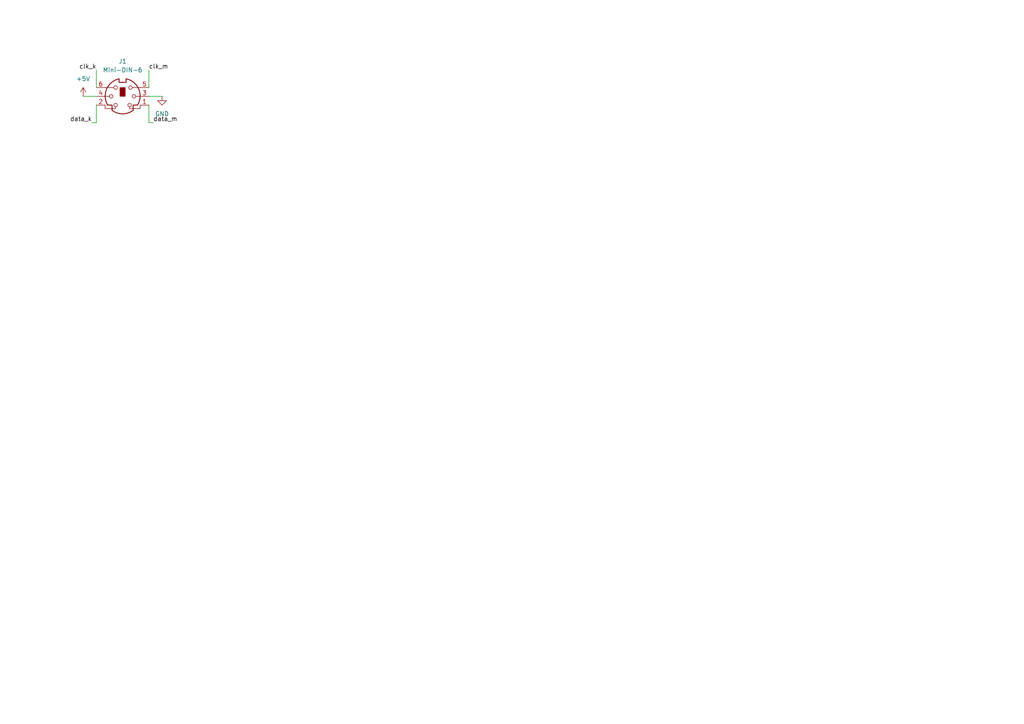
<source format=kicad_sch>
(kicad_sch (version 20211123) (generator eeschema)
  (paper "A4")
  (lib_symbols
    (symbol "Connector:Mini-DIN-6" (pin_names (offset 1.016))
      (property "Reference" "J" (at 0 6.35 0))
      (property "Value" "Mini-DIN-6" (at 0 -6.35 0))
      (symbol "Mini-DIN-6_0_1"
        (circle (center -3.302 0) (radius 0.508))
        (arc (start -3.048 -4.064) (mid 0 -5.08) (end 3.048 -4.064) (stroke (width 0.254)))
        (circle (center -2.032 -2.54) (radius 0.508))
        (circle (center -2.032 2.54) (radius 0.508))
        (arc (start -1.016 5.08) (mid -4.6228 2.1214) (end -4.318 -2.54) (stroke (width 0.254)))
        (rectangle (start -0.762 2.54) (end 0.762 0) (fill (type outline)))
        (polyline (pts (xy -3.81 0) (xy -5.08 0)))
        (polyline (pts (xy -2.54 2.54) (xy -5.08 2.54)))
        (polyline (pts (xy 2.794 2.54) (xy 5.08 2.54)))
        (polyline (pts (xy 5.08 0) (xy 3.81 0)))
        (polyline (pts (xy -4.318 -2.54) (xy -3.048 -2.54) (xy -3.048 -4.064)) (stroke (width 0.254)))
        (polyline (pts (xy 4.318 -2.54) (xy 3.048 -2.54) (xy 3.048 -4.064)) (stroke (width 0.254)))
        (polyline (pts (xy -2.032 -3.048) (xy -2.032 -3.556) (xy -5.08 -3.556) (xy -5.08 -2.54)))
        (polyline (pts (xy -1.016 5.08) (xy -1.016 4.064) (xy 1.016 4.064) (xy 1.016 5.08)) (stroke (width 0.254)))
        (polyline (pts (xy 2.032 -3.048) (xy 2.032 -3.556) (xy 5.08 -3.556) (xy 5.08 -2.54)))
        (circle (center 2.032 -2.54) (radius 0.508))
        (circle (center 2.286 2.54) (radius 0.508))
        (circle (center 3.302 0) (radius 0.508))
        (arc (start 4.318 -2.54) (mid 4.6661 2.1322) (end 1.016 5.08) (stroke (width 0.254)))
      )
      (symbol "Mini-DIN-6_1_1"
        (pin passive line (at 7.62 -2.54 180) (length 2.54) (name "~") (number "1"))
        (pin passive line (at -7.62 -2.54 0) (length 2.54) (name "~") (number "2"))
        (pin passive line (at 7.62 0 180) (length 2.54) (name "~") (number "3"))
        (pin passive line (at -7.62 0 0) (length 2.54) (name "~") (number "4"))
        (pin passive line (at 7.62 2.54 180) (length 2.54) (name "~") (number "5"))
        (pin passive line (at -7.62 2.54 0) (length 2.54) (name "~") (number "6"))
      )
    )
    (symbol "power:+5V" (power) (pin_names (offset 0))
      (property "Value" "+5V" (at 0 3.556 0))
      (symbol "+5V_0_1"
        (polyline (pts (xy -0.762 1.27) (xy 0 2.54)))
        (polyline (pts (xy 0 0) (xy 0 2.54)))
        (polyline (pts (xy 0 2.54) (xy 0.762 1.27)))
      )
      (symbol "+5V_1_1"
        (pin power_in line (at 0 0 90) (length 0) hide (name "+5V") (number "1"))
      )
    )
    (symbol "power:GND" (power) (pin_names (offset 0))
      (property "Value" "GND" (at 0 -3.81 0))
      (symbol "GND_0_1"
        (polyline (pts (xy 0 0) (xy 0 -1.27) (xy 1.27 -1.27) (xy 0 -2.54) (xy -1.27 -1.27) (xy 0 -1.27)))
      )
      (symbol "GND_1_1"
        (pin power_in line (at 0 0 270) (length 0) hide (name "GND") (number "1"))
      )
    )
  )
  (wire (pts (xy 27.94 35.56) (xy 27.94 30.48)))
  (wire (pts (xy 43.18 20.32) (xy 43.18 25.4)))
  (wire (pts (xy 26.67 35.56) (xy 27.94 35.56)))
  (wire (pts (xy 27.94 20.32) (xy 27.94 25.4)))
  (wire (pts (xy 43.18 27.94) (xy 46.99 27.94)))
  (wire (pts (xy 43.18 35.56) (xy 43.18 30.48)))
  (wire (pts (xy 44.45 35.56) (xy 43.18 35.56)))
  (wire (pts (xy 24.13 27.94) (xy 27.94 27.94)))
  (label "data_m" (at 44.45 35.56 0))
  (label "clk_k" (at 27.94 20.32 180))
  (label "clk_m" (at 43.18 20.32 0))
  (label "data_k" (at 26.67 35.56 180))
  (symbol (lib_id "power:GND") (at 46.99 27.94 0) (unit 1)
    (property "Reference" "#PWR0101" (effects hide))
    (property "Value" "GND" (at 46.99 33.02 0))
  )
  (symbol (lib_id "power:+5V") (at 24.13 27.94 0) (unit 1)
    (property "Reference" "#PWR0102" (effects hide))
    (property "Value" "+5V" (at 24.13 22.86 0))
  )
  (symbol (lib_id "Connector:Mini-DIN-6") (at 35.56 27.94 0) (unit 1)
    (property "Reference" "J1" (at 35.5777 17.78 0))
    (property "Value" "Mini-DIN-6" (at 35.5777 20.32 0))
    (property "Datasheet" "http://service.powerdynamics.com/ec/Catalog17/Section%2011.pdf" (effects hide))
  )
)
</source>
